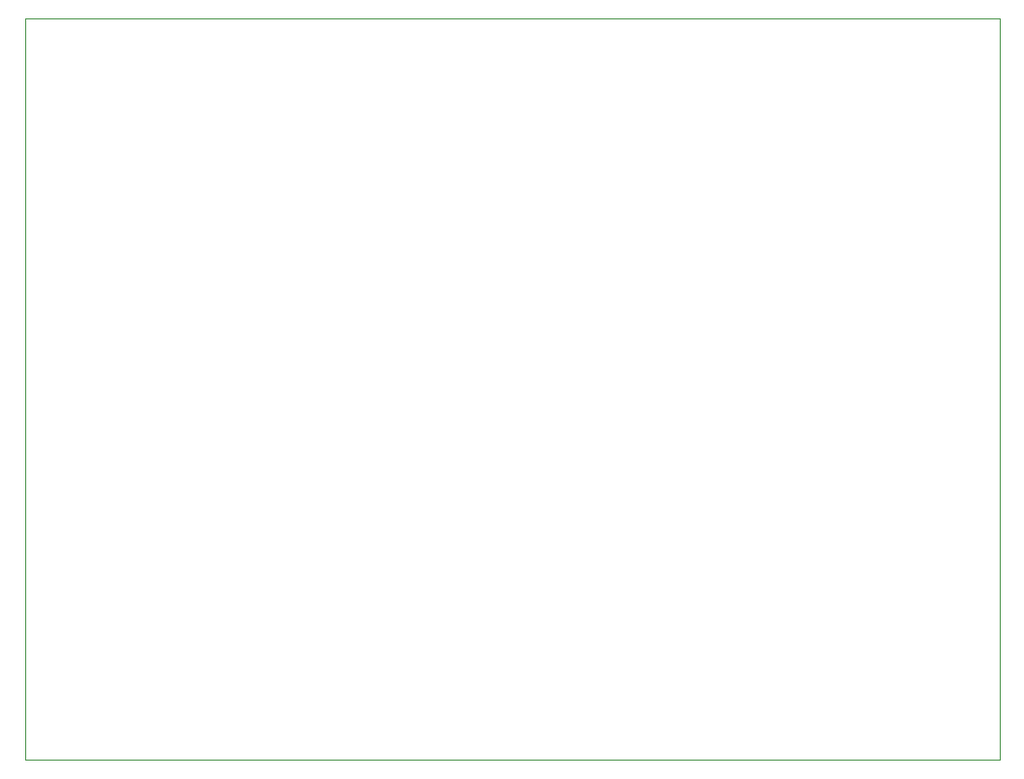
<source format=gm1>
G04 #@! TF.GenerationSoftware,KiCad,Pcbnew,(5.1.10)-1*
G04 #@! TF.CreationDate,2021-09-17T19:57:58-07:00*
G04 #@! TF.ProjectId,PrinterExpansion,5072696e-7465-4724-9578-70616e73696f,rev?*
G04 #@! TF.SameCoordinates,Original*
G04 #@! TF.FileFunction,Profile,NP*
%FSLAX46Y46*%
G04 Gerber Fmt 4.6, Leading zero omitted, Abs format (unit mm)*
G04 Created by KiCad (PCBNEW (5.1.10)-1) date 2021-09-17 19:57:58*
%MOMM*%
%LPD*%
G01*
G04 APERTURE LIST*
G04 #@! TA.AperFunction,Profile*
%ADD10C,0.100000*%
G04 #@! TD*
G04 APERTURE END LIST*
D10*
X116840000Y-17780000D02*
X116840000Y-82550000D01*
X31750000Y-17780000D02*
X116840000Y-17780000D01*
X31750000Y-82550000D02*
X31750000Y-17780000D01*
X116840000Y-82550000D02*
X31750000Y-82550000D01*
M02*

</source>
